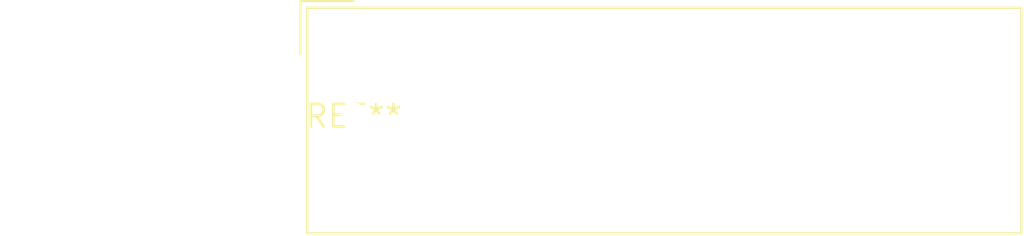
<source format=kicad_pcb>
(kicad_pcb (version 20240108) (generator pcbnew)
  (layers (0 "F.Cu" signal) (31 "B.Cu" signal) (34 "B.Paste" user) (35 "F.Paste" user) (36 "B.SilkS" user "B.Silkscreen") (37 "F.SilkS" user "F.Silkscreen") (38 "B.Mask" user) (39 "F.Mask" user) (44 "Edge.Cuts" user))
  (net 0 "")
  (footprint "Altech_AK300_1x08_P5.00mm_45-Degree" (layer "F.Cu") (at 0 0)
    (property "Reference" "REF**")
    (property "Value" "Altech_AK300_1x08_P5.00mm_45-Degree")
    (fp_line (start -3 -6.5) (end 0 -6.5) (layer "F.SilkS") (stroke (width 0.12)))
    (fp_line (start -3 -3.5) (end -3 -6.5) (layer "F.SilkS") (stroke (width 0.12)))
    (fp_line (start -2.62 -6.12) (end -2.62 6.62) (layer "F.SilkS") (stroke (width 0.12)))
    (fp_line (start -2.62 -6.12) (end -2.62 6.62) (layer "F.SilkS") (stroke (width 0.12)))
    (fp_line (start -2.62 -6.12) (end 37.62 -6.12) (layer "F.SilkS") (stroke (width 0.12)))
    (fp_line (start -2.62 -6.12) (end 37.62 -6.12) (layer "F.SilkS") (stroke (width 0.12)))
    (fp_line (start -2.62 6.62) (end 37.62 6.62) (layer "F.SilkS") (stroke (width 0.12)))
    (fp_line (start -2.62 6.62) (end 37.62 6.62) (layer "F.SilkS") (stroke (width 0.12)))
    (fp_line (start 37.62 -6.12) (end 37.62 6.62) (layer "F.SilkS") (stroke (width 0.12)))
    (fp_line (start 37.62 -6.12) (end 37.62 6.62) (layer "F.SilkS") (stroke (width 0.12)))
    (pad "1" thru_hole rect (at 0 0) (size 3 3) (drill 1.5) (layers *.Cu *.Mask) (remove_unused_layers))
    (pad "2" thru_hole circle (at 5 0) (size 3 3) (drill 1.5) (layers *.Cu *.Mask) (remove_unused_layers))
    (pad "3" thru_hole circle (at 10 0) (size 3 3) (drill 1.5) (layers *.Cu *.Mask) (remove_unused_layers))
    (pad "4" thru_hole circle (at 15 0) (size 3 3) (drill 1.5) (layers *.Cu *.Mask) (remove_unused_layers))
    (pad "5" thru_hole circle (at 20 0) (size 3 3) (drill 1.5) (layers *.Cu *.Mask) (remove_unused_layers))
    (pad "6" thru_hole circle (at 25 0) (size 3 3) (drill 1.5) (layers *.Cu *.Mask) (remove_unused_layers))
    (pad "7" thru_hole circle (at 30 0) (size 3 3) (drill 1.5) (layers *.Cu *.Mask) (remove_unused_layers))
    (pad "8" thru_hole circle (at 35 0) (size 3 3) (drill 1.5) (layers *.Cu *.Mask) (remove_unused_layers))
  )
)
</source>
